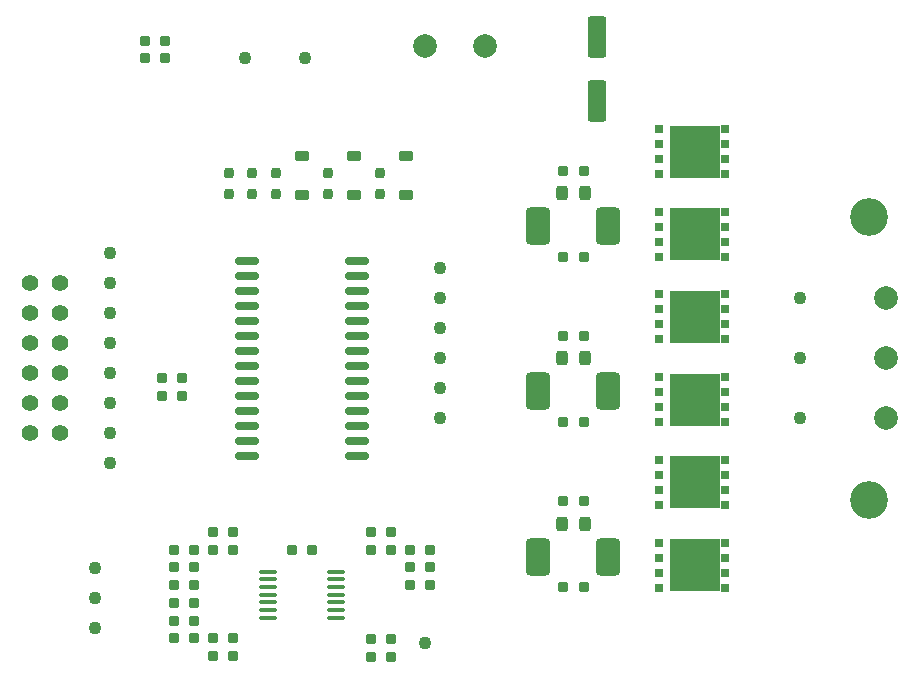
<source format=gts>
G04 #@! TF.GenerationSoftware,KiCad,Pcbnew,7.0.6*
G04 #@! TF.CreationDate,2023-12-17T20:00:09+09:00*
G04 #@! TF.ProjectId,EB-BLDC,45422d42-4c44-4432-9e6b-696361645f70,V1_0*
G04 #@! TF.SameCoordinates,Original*
G04 #@! TF.FileFunction,Soldermask,Top*
G04 #@! TF.FilePolarity,Negative*
%FSLAX46Y46*%
G04 Gerber Fmt 4.6, Leading zero omitted, Abs format (unit mm)*
G04 Created by KiCad (PCBNEW 7.0.6) date 2023-12-17 20:00:09*
%MOMM*%
%LPD*%
G01*
G04 APERTURE LIST*
G04 Aperture macros list*
%AMRoundRect*
0 Rectangle with rounded corners*
0 $1 Rounding radius*
0 $2 $3 $4 $5 $6 $7 $8 $9 X,Y pos of 4 corners*
0 Add a 4 corners polygon primitive as box body*
4,1,4,$2,$3,$4,$5,$6,$7,$8,$9,$2,$3,0*
0 Add four circle primitives for the rounded corners*
1,1,$1+$1,$2,$3*
1,1,$1+$1,$4,$5*
1,1,$1+$1,$6,$7*
1,1,$1+$1,$8,$9*
0 Add four rect primitives between the rounded corners*
20,1,$1+$1,$2,$3,$4,$5,0*
20,1,$1+$1,$4,$5,$6,$7,0*
20,1,$1+$1,$6,$7,$8,$9,0*
20,1,$1+$1,$8,$9,$2,$3,0*%
G04 Aperture macros list end*
%ADD10R,0.700000X0.700000*%
%ADD11R,4.350000X4.510000*%
%ADD12RoundRect,0.200000X-0.200000X0.250000X-0.200000X-0.250000X0.200000X-0.250000X0.200000X0.250000X0*%
%ADD13RoundRect,0.200000X-0.250000X-0.200000X0.250000X-0.200000X0.250000X0.200000X-0.250000X0.200000X0*%
%ADD14C,1.100000*%
%ADD15RoundRect,0.250000X0.550000X-1.500000X0.550000X1.500000X-0.550000X1.500000X-0.550000X-1.500000X0*%
%ADD16C,2.000000*%
%ADD17RoundRect,0.225000X0.375000X-0.225000X0.375000X0.225000X-0.375000X0.225000X-0.375000X-0.225000X0*%
%ADD18RoundRect,0.200000X0.250000X0.200000X-0.250000X0.200000X-0.250000X-0.200000X0.250000X-0.200000X0*%
%ADD19RoundRect,0.250000X0.250000X0.350000X-0.250000X0.350000X-0.250000X-0.350000X0.250000X-0.350000X0*%
%ADD20RoundRect,0.150000X-0.875000X-0.150000X0.875000X-0.150000X0.875000X0.150000X-0.875000X0.150000X0*%
%ADD21RoundRect,0.428572X0.621428X1.171428X-0.621428X1.171428X-0.621428X-1.171428X0.621428X-1.171428X0*%
%ADD22RoundRect,0.075000X-0.662500X-0.075000X0.662500X-0.075000X0.662500X0.075000X-0.662500X0.075000X0*%
%ADD23C,1.400000*%
%ADD24C,3.200000*%
G04 APERTURE END LIST*
D10*
X17200000Y12405000D03*
X17200000Y11135000D03*
X17200000Y9865000D03*
X17200000Y8595000D03*
D11*
X20330000Y10500000D03*
D10*
X22800000Y12405000D03*
X22800000Y11135000D03*
X22800000Y9865000D03*
X22800000Y8595000D03*
D12*
X-19200000Y15650000D03*
X-19200000Y13950000D03*
D13*
X-7150000Y-23800000D03*
X-5450000Y-23800000D03*
X9150000Y1900000D03*
X10850000Y1900000D03*
D14*
X-1270000Y7620000D03*
D15*
X12000000Y21800000D03*
X12000000Y27200000D03*
D16*
X-2540000Y26455000D03*
X2540000Y26455000D03*
D13*
X-24850000Y-3200000D03*
X-23150000Y-3200000D03*
D10*
X17200000Y-15595000D03*
X17200000Y-16865000D03*
X17200000Y-18135000D03*
X17200000Y-19405000D03*
D11*
X20330000Y-17500000D03*
D10*
X22800000Y-15595000D03*
X22800000Y-16865000D03*
X22800000Y-18135000D03*
X22800000Y-19405000D03*
D17*
X-4200000Y13850000D03*
X-4200000Y17150000D03*
D10*
X17200000Y-1595000D03*
X17200000Y-2865000D03*
X17200000Y-4135000D03*
X17200000Y-5405000D03*
D11*
X20330000Y-3500000D03*
D10*
X22800000Y-1595000D03*
X22800000Y-2865000D03*
X22800000Y-4135000D03*
X22800000Y-5405000D03*
D18*
X-24550000Y25400000D03*
X-26250000Y25400000D03*
D12*
X-6400000Y15650000D03*
X-6400000Y13950000D03*
D14*
X-1270000Y-5080000D03*
D18*
X-22150000Y-16200000D03*
X-23850000Y-16200000D03*
D13*
X-26250000Y26900000D03*
X-24550000Y26900000D03*
D12*
X-10800000Y15650000D03*
X-10800000Y13950000D03*
D18*
X-23150000Y-1700000D03*
X-24850000Y-1700000D03*
X-2150000Y-19200000D03*
X-3850000Y-19200000D03*
D13*
X9150000Y-19400000D03*
X10850000Y-19400000D03*
D18*
X-5450000Y-14700000D03*
X-7150000Y-14700000D03*
D14*
X-29210000Y6350000D03*
X-12700000Y25400000D03*
X-2540000Y-24130000D03*
D19*
X11000000Y0D03*
X9000000Y0D03*
D12*
X-15200000Y15650000D03*
X-15200000Y13950000D03*
D13*
X9150000Y-5400000D03*
X10850000Y-5400000D03*
D14*
X-29210000Y-1270000D03*
X-29210000Y1270000D03*
X-30480000Y-17780000D03*
X-29210000Y-3810000D03*
D13*
X-3850000Y-17700000D03*
X-2150000Y-17700000D03*
D20*
X-17650000Y8255000D03*
X-17650000Y6985000D03*
X-17650000Y5715000D03*
X-17650000Y4445000D03*
X-17650000Y3175000D03*
X-17650000Y1905000D03*
X-17650000Y635000D03*
X-17650000Y-635000D03*
X-17650000Y-1905000D03*
X-17650000Y-3175000D03*
X-17650000Y-4445000D03*
X-17650000Y-5715000D03*
X-17650000Y-6985000D03*
X-17650000Y-8255000D03*
X-8350000Y-8255000D03*
X-8350000Y-6985000D03*
X-8350000Y-5715000D03*
X-8350000Y-4445000D03*
X-8350000Y-3175000D03*
X-8350000Y-1905000D03*
X-8350000Y-635000D03*
X-8350000Y635000D03*
X-8350000Y1905000D03*
X-8350000Y3175000D03*
X-8350000Y4445000D03*
X-8350000Y5715000D03*
X-8350000Y6985000D03*
X-8350000Y8255000D03*
D17*
X-8600000Y13850000D03*
X-8600000Y17150000D03*
D14*
X-17780000Y25400000D03*
D13*
X9150000Y15900000D03*
X10850000Y15900000D03*
D18*
X-22150000Y-19200000D03*
X-23850000Y-19200000D03*
D13*
X-7150000Y-16200000D03*
X-5450000Y-16200000D03*
D14*
X-30480000Y-20320000D03*
D10*
X17200000Y5405000D03*
X17200000Y4135000D03*
X17200000Y2865000D03*
X17200000Y1595000D03*
D11*
X20330000Y3500000D03*
D10*
X22800000Y5405000D03*
X22800000Y4135000D03*
X22800000Y2865000D03*
X22800000Y1595000D03*
X17200000Y-8595000D03*
X17200000Y-9865000D03*
X17200000Y-11135000D03*
X17200000Y-12405000D03*
D11*
X20330000Y-10500000D03*
D10*
X22800000Y-8595000D03*
X22800000Y-9865000D03*
X22800000Y-11135000D03*
X22800000Y-12405000D03*
D18*
X-5450000Y-25300000D03*
X-7150000Y-25300000D03*
D21*
X12962500Y11200000D03*
X7037500Y11200000D03*
D18*
X-18850000Y-25200000D03*
X-20550000Y-25200000D03*
D14*
X29210000Y5080000D03*
D16*
X36455000Y5080000D03*
X36455000Y0D03*
X36455000Y-5080000D03*
D21*
X12962500Y-2800000D03*
X7037500Y-2800000D03*
D22*
X-15862500Y-18050000D03*
X-15862500Y-18700000D03*
X-15862500Y-19350000D03*
X-15862500Y-20000000D03*
X-15862500Y-20650000D03*
X-15862500Y-21300000D03*
X-15862500Y-21950000D03*
X-10137500Y-21950000D03*
X-10137500Y-21300000D03*
X-10137500Y-20650000D03*
X-10137500Y-20000000D03*
X-10137500Y-19350000D03*
X-10137500Y-18700000D03*
X-10137500Y-18050000D03*
D18*
X-18850000Y-14700000D03*
X-20550000Y-14700000D03*
D13*
X-20550000Y-16200000D03*
X-18850000Y-16200000D03*
D17*
X-13000000Y13850000D03*
X-13000000Y17150000D03*
D23*
X-33460000Y6350000D03*
X-36000000Y6350000D03*
X-33460000Y3810000D03*
X-36000000Y3810000D03*
X-33460000Y1270000D03*
X-36000000Y1270000D03*
X-33460000Y-1270000D03*
X-36000000Y-1270000D03*
X-33460000Y-3810000D03*
X-36000000Y-3810000D03*
X-33460000Y-6350000D03*
X-36000000Y-6350000D03*
D13*
X-23850000Y-17700000D03*
X-22150000Y-17700000D03*
D24*
X35000000Y12000000D03*
D21*
X12962500Y-16800000D03*
X7037500Y-16800000D03*
D24*
X35000000Y-12000000D03*
D14*
X29210000Y-5080000D03*
X-1270000Y5080000D03*
X-29210000Y3810000D03*
D13*
X-23850000Y-22200000D03*
X-22150000Y-22200000D03*
X-13850000Y-16200000D03*
X-12150000Y-16200000D03*
D10*
X17200000Y19405000D03*
X17200000Y18135000D03*
X17200000Y16865000D03*
X17200000Y15595000D03*
D11*
X20330000Y17500000D03*
D10*
X22800000Y19405000D03*
X22800000Y18135000D03*
X22800000Y16865000D03*
X22800000Y15595000D03*
D18*
X-2150000Y-16200000D03*
X-3850000Y-16200000D03*
D13*
X9150000Y-12100000D03*
X10850000Y-12100000D03*
D14*
X-29210000Y-6350000D03*
D12*
X-17200000Y15650000D03*
X-17200000Y13950000D03*
D13*
X-20550000Y-23700000D03*
X-18850000Y-23700000D03*
D19*
X11000000Y-14000000D03*
X9000000Y-14000000D03*
D18*
X-22150000Y-20700000D03*
X-23850000Y-20700000D03*
D14*
X-29210000Y-8890000D03*
D19*
X11000000Y14000000D03*
X9000000Y14000000D03*
D14*
X-1270000Y2540000D03*
X29210000Y0D03*
X-30480000Y-22860000D03*
D18*
X-22150000Y-23700000D03*
X-23850000Y-23700000D03*
D14*
X-1270000Y0D03*
X-1270000Y-2540000D03*
D13*
X9150000Y8600000D03*
X10850000Y8600000D03*
D14*
X-29210000Y8890000D03*
M02*

</source>
